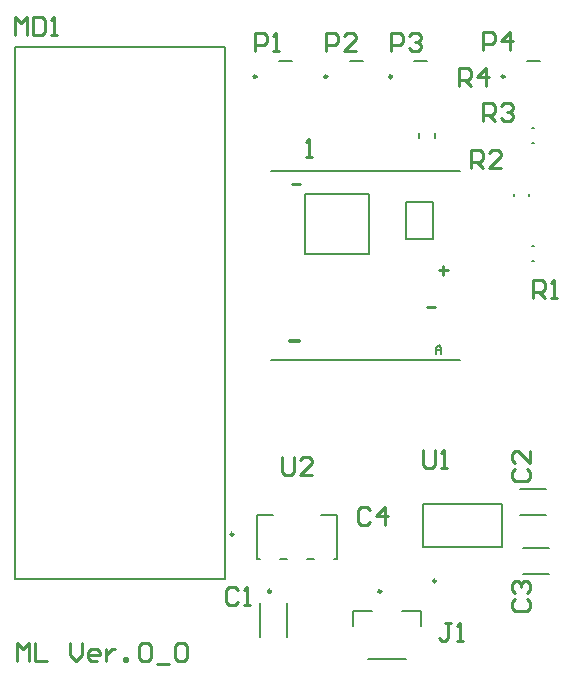
<source format=gbr>
G04*
G04 #@! TF.GenerationSoftware,Altium Limited,Altium Designer,24.6.1 (21)*
G04*
G04 Layer_Color=65535*
%FSLAX25Y25*%
%MOIN*%
G70*
G04*
G04 #@! TF.SameCoordinates,E50FEA8C-7DC8-4ABE-93B5-960DD125A3C4*
G04*
G04*
G04 #@! TF.FilePolarity,Positive*
G04*
G01*
G75*
%ADD10C,0.00984*%
%ADD11C,0.00787*%
%ADD12C,0.00500*%
%ADD13C,0.01000*%
%ADD14C,0.01063*%
%ADD15C,0.01169*%
%ADD16C,0.00595*%
%ADD17C,0.00935*%
D10*
X93701Y29232D02*
G03*
X93701Y29232I-492J0D01*
G01*
X171555Y200787D02*
G03*
X171555Y200787I-492J0D01*
G01*
X88878D02*
G03*
X88878Y200787I-492J0D01*
G01*
X130413Y29232D02*
G03*
X130413Y29232I-492J0D01*
G01*
X148721Y32677D02*
G03*
X148721Y32677I-492J0D01*
G01*
X134055Y200787D02*
G03*
X134055Y200787I-492J0D01*
G01*
X112500D02*
G03*
X112500Y200787I-492J0D01*
G01*
X81161Y48297D02*
G03*
X81161Y48297I-492J0D01*
G01*
D11*
X89173Y39961D02*
Y54527D01*
X110236D02*
X115551D01*
X89173D02*
X94488D01*
X115551Y39961D02*
Y54527D01*
X114764Y39961D02*
X115551D01*
X105709D02*
X108071D01*
X96653D02*
X99016D01*
X89173D02*
X89961D01*
X179626Y161024D02*
Y161811D01*
X174705Y161024D02*
Y161811D01*
X178937Y205906D02*
X183268D01*
X96260D02*
X100591D01*
X121063Y17815D02*
Y22638D01*
X126083Y6693D02*
X138681D01*
X143701Y17815D02*
Y22638D01*
X137500D02*
X143701D01*
X121063D02*
X127264D01*
X180709Y139272D02*
X181496D01*
X180709Y144193D02*
X181496D01*
X143012Y180217D02*
Y181988D01*
X148327Y180217D02*
Y181988D01*
X98930Y13945D02*
Y25426D01*
X90047Y13945D02*
Y25426D01*
X180709Y183563D02*
X181496D01*
X180709Y178642D02*
X181496D01*
X177756Y35138D02*
X186417D01*
X177756Y43602D02*
X186417D01*
X176751Y54793D02*
X185412D01*
X176772Y63287D02*
X185433D01*
X144291Y43898D02*
X170669D01*
Y58465D01*
X144291D02*
X170669D01*
X144291Y43898D02*
Y58465D01*
X141437Y205906D02*
X145768D01*
X119882D02*
X124213D01*
X78307Y33297D02*
Y210797D01*
X8307D02*
X78307D01*
X8307Y33297D02*
Y210797D01*
Y33297D02*
X78307D01*
D12*
X138858Y159045D02*
X147608D01*
Y146545D02*
Y159045D01*
X138858Y146545D02*
X147608D01*
X138858D02*
Y159045D01*
X105108Y141545D02*
Y161545D01*
X126358D01*
Y141545D02*
Y161545D01*
X105108Y141545D02*
X126358D01*
X93582Y169291D02*
X156604D01*
X93582Y106299D02*
X156604D01*
D13*
X8874Y5937D02*
Y11935D01*
X10873Y9935D01*
X12873Y11935D01*
Y5937D01*
X14872Y11935D02*
Y5937D01*
X18871D01*
X26868Y11935D02*
Y7936D01*
X28868Y5937D01*
X30867Y7936D01*
Y11935D01*
X35865Y5937D02*
X33866D01*
X32866Y6936D01*
Y8936D01*
X33866Y9935D01*
X35865D01*
X36865Y8936D01*
Y7936D01*
X32866D01*
X38864Y9935D02*
Y5937D01*
Y7936D01*
X39864Y8936D01*
X40864Y9935D01*
X41863D01*
X44862Y5937D02*
Y6936D01*
X45862D01*
Y5937D01*
X44862D01*
X49861Y10935D02*
X50860Y11935D01*
X52860D01*
X53860Y10935D01*
Y6936D01*
X52860Y5937D01*
X50860D01*
X49861Y6936D01*
Y10935D01*
X55859Y4937D02*
X59857D01*
X61857Y10935D02*
X62857Y11935D01*
X64856D01*
X65856Y10935D01*
Y6936D01*
X64856Y5937D01*
X62857D01*
X61857Y6936D01*
Y10935D01*
X153543Y18747D02*
X151544D01*
X152544D01*
Y13749D01*
X151544Y12749D01*
X150544D01*
X149545Y13749D01*
X155543Y12749D02*
X157542D01*
X156542D01*
Y18747D01*
X155543Y17747D01*
X97364Y73865D02*
Y68867D01*
X98364Y67867D01*
X100363D01*
X101363Y68867D01*
Y73865D01*
X107361Y67867D02*
X103362D01*
X107361Y71866D01*
Y72865D01*
X106361Y73865D01*
X104362D01*
X103362Y72865D01*
X144490Y76481D02*
Y71483D01*
X145489Y70483D01*
X147489D01*
X148488Y71483D01*
Y76481D01*
X150488Y70483D02*
X152487D01*
X151488D01*
Y76481D01*
X150488Y75482D01*
X126588Y56282D02*
X125589Y57282D01*
X123589D01*
X122590Y56282D01*
Y52283D01*
X123589Y51284D01*
X125589D01*
X126588Y52283D01*
X131587Y51284D02*
Y57282D01*
X128588Y54282D01*
X132587D01*
X175166Y26559D02*
X174166Y25560D01*
Y23560D01*
X175166Y22561D01*
X179165D01*
X180164Y23560D01*
Y25560D01*
X179165Y26559D01*
X175166Y28559D02*
X174166Y29558D01*
Y31558D01*
X175166Y32557D01*
X176166D01*
X177165Y31558D01*
Y30558D01*
Y31558D01*
X178165Y32557D01*
X179165D01*
X180164Y31558D01*
Y29558D01*
X179165Y28559D01*
X175166Y69867D02*
X174166Y68867D01*
Y66867D01*
X175166Y65868D01*
X179165D01*
X180164Y66867D01*
Y68867D01*
X179165Y69867D01*
X180164Y75864D02*
Y71866D01*
X176166Y75864D01*
X175166D01*
X174166Y74865D01*
Y72865D01*
X175166Y71866D01*
X82677Y29558D02*
X81678Y30558D01*
X79678D01*
X78679Y29558D01*
Y25560D01*
X79678Y24560D01*
X81678D01*
X82677Y25560D01*
X84676Y24560D02*
X86676D01*
X85676D01*
Y30558D01*
X84676Y29558D01*
X164293Y185977D02*
Y191975D01*
X167292D01*
X168292Y190976D01*
Y188976D01*
X167292Y187977D01*
X164293D01*
X166292D02*
X168292Y185977D01*
X170291Y190976D02*
X171291Y191975D01*
X173290D01*
X174290Y190976D01*
Y189976D01*
X173290Y188976D01*
X172290D01*
X173290D01*
X174290Y187977D01*
Y186977D01*
X173290Y185977D01*
X171291D01*
X170291Y186977D01*
X160356Y170229D02*
Y176227D01*
X163355D01*
X164355Y175228D01*
Y173228D01*
X163355Y172229D01*
X160356D01*
X162355D02*
X164355Y170229D01*
X170353D02*
X166354D01*
X170353Y174228D01*
Y175228D01*
X169353Y176227D01*
X167354D01*
X166354Y175228D01*
X181041Y126922D02*
Y132920D01*
X184040D01*
X185039Y131921D01*
Y129921D01*
X184040Y128922D01*
X181041D01*
X183040D02*
X185039Y126922D01*
X187039D02*
X189038D01*
X188038D01*
Y132920D01*
X187039Y131921D01*
X164293Y209599D02*
Y215597D01*
X167292D01*
X168292Y214598D01*
Y212598D01*
X167292Y211599D01*
X164293D01*
X173290Y209599D02*
Y215597D01*
X170291Y212598D01*
X174290D01*
X156419Y197788D02*
Y203786D01*
X159418D01*
X160418Y202787D01*
Y200787D01*
X159418Y199788D01*
X156419D01*
X158418D02*
X160418Y197788D01*
X165416D02*
Y203786D01*
X162417Y200787D01*
X166416D01*
X133590Y209384D02*
Y215382D01*
X136589D01*
X137589Y214382D01*
Y212383D01*
X136589Y211383D01*
X133590D01*
X139588Y214382D02*
X140587Y215382D01*
X142587D01*
X143587Y214382D01*
Y213382D01*
X142587Y212383D01*
X141587D01*
X142587D01*
X143587Y211383D01*
Y210383D01*
X142587Y209384D01*
X140587D01*
X139588Y210383D01*
X111990Y209384D02*
Y215382D01*
X114989D01*
X115989Y214382D01*
Y212383D01*
X114989Y211383D01*
X111990D01*
X121986Y209384D02*
X117988D01*
X121986Y213382D01*
Y214382D01*
X120987Y215382D01*
X118988D01*
X117988Y214382D01*
X88390Y209384D02*
Y215382D01*
X91389D01*
X92388Y214382D01*
Y212383D01*
X91389Y211383D01*
X88390D01*
X94388Y209384D02*
X96387D01*
X95388D01*
Y215382D01*
X94388Y214382D01*
X8490Y214583D02*
Y220582D01*
X10489Y218582D01*
X12489Y220582D01*
Y214583D01*
X14488Y220582D02*
Y214583D01*
X17487D01*
X18486Y215583D01*
Y219582D01*
X17487Y220582D01*
X14488D01*
X20486Y214583D02*
X22485D01*
X21486D01*
Y220582D01*
X20486Y219582D01*
X105299Y174166D02*
X107299D01*
X106299D01*
Y180164D01*
X105299Y179165D01*
D14*
X100658Y165120D02*
X103491D01*
X145669Y124172D02*
X148502D01*
D15*
X99941Y112573D02*
X103056D01*
D16*
X148549Y108256D02*
Y110239D01*
X149541Y111230D01*
X150532Y110239D01*
Y108256D01*
Y109743D01*
X148549D01*
D17*
X149606Y136195D02*
X152722D01*
X151164Y137753D02*
Y134637D01*
M02*

</source>
